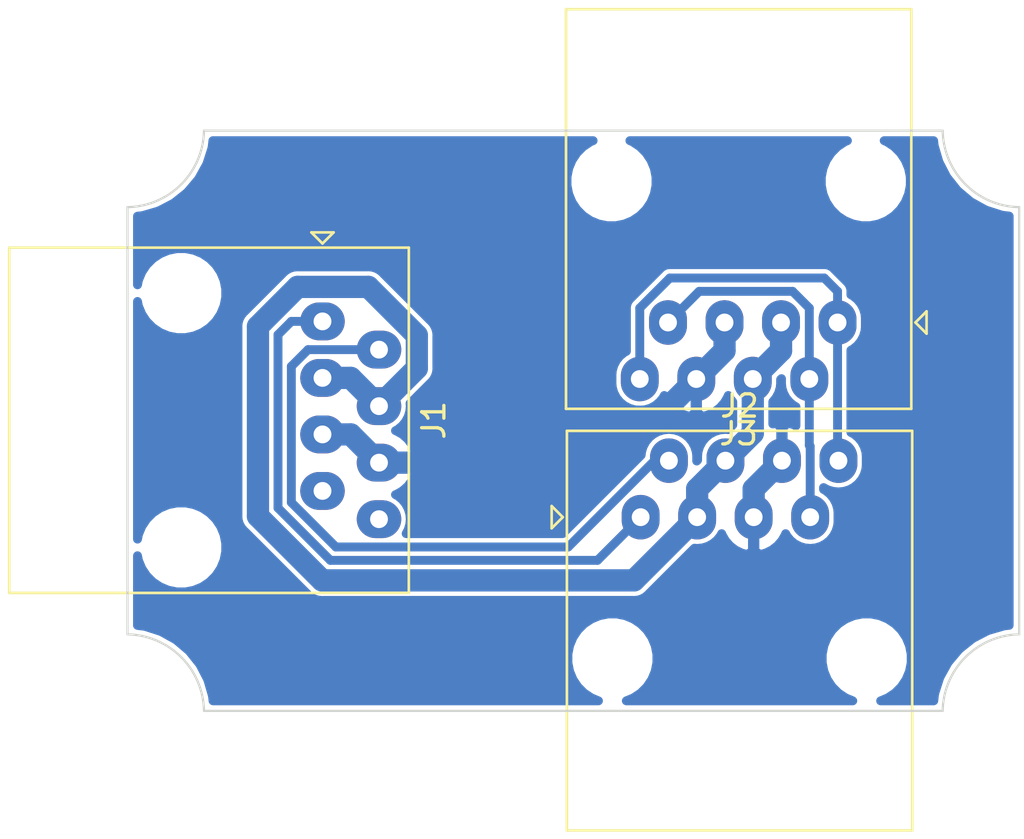
<source format=kicad_pcb>
(kicad_pcb (version 20171130) (host pcbnew 5.1.10)

  (general
    (thickness 1.6)
    (drawings 8)
    (tracks 54)
    (zones 0)
    (modules 3)
    (nets 9)
  )

  (page A4)
  (layers
    (0 F.Cu signal)
    (31 B.Cu signal)
    (32 B.Adhes user)
    (33 F.Adhes user)
    (34 B.Paste user)
    (35 F.Paste user)
    (36 B.SilkS user)
    (37 F.SilkS user)
    (38 B.Mask user)
    (39 F.Mask user)
    (40 Dwgs.User user)
    (41 Cmts.User user)
    (42 Eco1.User user)
    (43 Eco2.User user)
    (44 Edge.Cuts user)
    (45 Margin user)
    (46 B.CrtYd user)
    (47 F.CrtYd user)
    (48 B.Fab user)
    (49 F.Fab user)
  )

  (setup
    (last_trace_width 0.4)
    (user_trace_width 0.6)
    (user_trace_width 0.8)
    (user_trace_width 1)
    (user_trace_width 1.5)
    (user_trace_width 2)
    (trace_clearance 0.2)
    (zone_clearance 0.508)
    (zone_45_only no)
    (trace_min 0.4)
    (via_size 1.6)
    (via_drill 0.6)
    (via_min_size 1.6)
    (via_min_drill 0.6)
    (uvia_size 0.3)
    (uvia_drill 0.1)
    (uvias_allowed no)
    (uvia_min_size 0.2)
    (uvia_min_drill 0.1)
    (edge_width 0.05)
    (segment_width 0.2)
    (pcb_text_width 0.3)
    (pcb_text_size 1.5 1.5)
    (mod_edge_width 0.12)
    (mod_text_size 1 1)
    (mod_text_width 0.15)
    (pad_size 1.7 2)
    (pad_drill 0.8)
    (pad_to_mask_clearance 0)
    (aux_axis_origin 0 0)
    (visible_elements FFFFFF7F)
    (pcbplotparams
      (layerselection 0x00040_7ffffffe)
      (usegerberextensions false)
      (usegerberattributes true)
      (usegerberadvancedattributes true)
      (creategerberjobfile true)
      (excludeedgelayer false)
      (linewidth 0.100000)
      (plotframeref false)
      (viasonmask false)
      (mode 1)
      (useauxorigin false)
      (hpglpennumber 1)
      (hpglpenspeed 20)
      (hpglpendiameter 15.000000)
      (psnegative false)
      (psa4output false)
      (plotreference true)
      (plotvalue true)
      (plotinvisibletext false)
      (padsonsilk false)
      (subtractmaskfromsilk false)
      (outputformat 5)
      (mirror false)
      (drillshape 0)
      (scaleselection 1)
      (outputdirectory "fab"))
  )

  (net 0 "")
  (net 1 "Net-(J1-Pad1)")
  (net 2 "Net-(J1-Pad2)")
  (net 3 "Net-(J1-Pad7)")
  (net 4 "Net-(J1-Pad8)")
  (net 5 "Net-(J2-Pad7)")
  (net 6 "Net-(J2-Pad8)")
  (net 7 /+12V)
  (net 8 /GND)

  (net_class Default "This is the default net class."
    (clearance 0.2)
    (trace_width 0.4)
    (via_dia 1.6)
    (via_drill 0.6)
    (uvia_dia 0.3)
    (uvia_drill 0.1)
    (diff_pair_width 0.6)
    (diff_pair_gap 0.6)
    (add_net /+12V)
    (add_net /GND)
    (add_net "Net-(J1-Pad1)")
    (add_net "Net-(J1-Pad2)")
    (add_net "Net-(J1-Pad7)")
    (add_net "Net-(J1-Pad8)")
    (add_net "Net-(J2-Pad7)")
    (add_net "Net-(J2-Pad8)")
  )

  (module Connector_RJ:RJ45_Amphenol_54602-x08_Horizontal (layer F.Cu) (tedit 607C4704) (tstamp 607C4E20)
    (at 137.65 106.6 270)
    (descr "8 Pol Shallow Latch Connector, Modjack, RJ45 (https://cdn.amphenol-icc.com/media/wysiwyg/files/drawing/c-bmj-0102.pdf)")
    (tags RJ45)
    (path /607C9BAE)
    (fp_text reference J1 (at 4.445 -5 90) (layer F.SilkS)
      (effects (font (size 1 1) (thickness 0.15)))
    )
    (fp_text value RJ45 (at 4.445 4 90) (layer F.Fab)
      (effects (font (size 1 1) (thickness 0.15)))
    )
    (fp_line (start 12.6 14.47) (end -3.71 14.47) (layer F.CrtYd) (width 0.05))
    (fp_line (start 12.6 14.47) (end 12.6 -4.27) (layer F.CrtYd) (width 0.05))
    (fp_line (start -3.71 -4.27) (end -3.71 14.47) (layer F.CrtYd) (width 0.05))
    (fp_line (start -3.71 -4.27) (end 12.6 -4.27) (layer F.CrtYd) (width 0.05))
    (fp_line (start -3.315 -3.88) (end -3.315 14.08) (layer F.SilkS) (width 0.12))
    (fp_line (start 12.205 -3.88) (end -3.315 -3.88) (layer F.SilkS) (width 0.12))
    (fp_line (start 12.205 -3.88) (end 12.205 14.08) (layer F.SilkS) (width 0.12))
    (fp_line (start -3.315 14.08) (end 12.205 14.08) (layer F.SilkS) (width 0.12))
    (fp_line (start -3.205 -2.77) (end -2.205 -3.77) (layer F.Fab) (width 0.12))
    (fp_line (start -2.205 -3.77) (end 12.095 -3.77) (layer F.Fab) (width 0.12))
    (fp_line (start 12.095 -3.77) (end 12.095 13.97) (layer F.Fab) (width 0.12))
    (fp_line (start 12.095 13.97) (end -3.205 13.97) (layer F.Fab) (width 0.12))
    (fp_line (start -3.205 13.97) (end -3.205 -2.77) (layer F.Fab) (width 0.12))
    (fp_line (start -3.5 0) (end -4 -0.5) (layer F.SilkS) (width 0.12))
    (fp_line (start -4 -0.5) (end -4 0.5) (layer F.SilkS) (width 0.12))
    (fp_line (start -4 0.5) (end -3.5 0) (layer F.SilkS) (width 0.12))
    (fp_text user %R (at 4.445 2 90) (layer F.Fab)
      (effects (font (size 1 1) (thickness 0.15)))
    )
    (pad "" np_thru_hole circle (at 10.16 6.35 270) (size 3.2 3.2) (drill 3.2) (layers *.Cu *.Mask))
    (pad "" np_thru_hole circle (at -1.27 6.35 270) (size 3.2 3.2) (drill 3.2) (layers *.Cu *.Mask))
    (pad 1 thru_hole oval (at 0 0 270) (size 1.7 2) (drill 0.8) (layers *.Cu *.Mask)
      (net 1 "Net-(J1-Pad1)"))
    (pad 2 thru_hole oval (at 1.27 -2.54 270) (size 1.7 2) (drill 0.8) (layers *.Cu *.Mask)
      (net 2 "Net-(J1-Pad2)"))
    (pad 3 thru_hole oval (at 2.54 0 270) (size 1.7 2) (drill 0.8) (layers *.Cu *.Mask)
      (net 7 /+12V))
    (pad 4 thru_hole oval (at 3.81 -2.54 270) (size 1.7 2) (drill 0.8) (layers *.Cu *.Mask)
      (net 7 /+12V))
    (pad 5 thru_hole oval (at 5.08 0 270) (size 1.7 2) (drill 0.8) (layers *.Cu *.Mask)
      (net 8 /GND))
    (pad 6 thru_hole oval (at 6.35 -2.54 270) (size 1.7 2) (drill 0.8) (layers *.Cu *.Mask)
      (net 8 /GND))
    (pad 7 thru_hole oval (at 7.62 0 270) (size 1.7 2) (drill 0.8) (layers *.Cu *.Mask)
      (net 3 "Net-(J1-Pad7)"))
    (pad 8 thru_hole oval (at 8.89 -2.54 270) (size 1.7 2) (drill 0.8) (layers *.Cu *.Mask)
      (net 4 "Net-(J1-Pad8)"))
    (model ${KISYS3DMOD}/Connector_RJ.3dshapes/RJ45_Amphenol_54602-x08_Horizontal.wrl
      (at (xyz 0 0 0))
      (scale (xyz 1 1 1))
      (rotate (xyz 0 0 0))
    )
  )

  (module Connector_RJ:RJ45_Amphenol_54602-x08_Horizontal (layer F.Cu) (tedit 5B103613) (tstamp 607C44CA)
    (at 151.95 115.4)
    (descr "8 Pol Shallow Latch Connector, Modjack, RJ45 (https://cdn.amphenol-icc.com/media/wysiwyg/files/drawing/c-bmj-0102.pdf)")
    (tags RJ45)
    (path /607CBB1B)
    (fp_text reference J2 (at 4.445 -5) (layer F.SilkS)
      (effects (font (size 1 1) (thickness 0.15)))
    )
    (fp_text value RJ45 (at 4.445 4) (layer F.Fab)
      (effects (font (size 1 1) (thickness 0.15)))
    )
    (fp_line (start 12.6 14.47) (end -3.71 14.47) (layer F.CrtYd) (width 0.05))
    (fp_line (start 12.6 14.47) (end 12.6 -4.27) (layer F.CrtYd) (width 0.05))
    (fp_line (start -3.71 -4.27) (end -3.71 14.47) (layer F.CrtYd) (width 0.05))
    (fp_line (start -3.71 -4.27) (end 12.6 -4.27) (layer F.CrtYd) (width 0.05))
    (fp_line (start -3.315 -3.88) (end -3.315 14.08) (layer F.SilkS) (width 0.12))
    (fp_line (start 12.205 -3.88) (end -3.315 -3.88) (layer F.SilkS) (width 0.12))
    (fp_line (start 12.205 -3.88) (end 12.205 14.08) (layer F.SilkS) (width 0.12))
    (fp_line (start -3.315 14.08) (end 12.205 14.08) (layer F.SilkS) (width 0.12))
    (fp_line (start -3.205 -2.77) (end -2.205 -3.77) (layer F.Fab) (width 0.12))
    (fp_line (start -2.205 -3.77) (end 12.095 -3.77) (layer F.Fab) (width 0.12))
    (fp_line (start 12.095 -3.77) (end 12.095 13.97) (layer F.Fab) (width 0.12))
    (fp_line (start 12.095 13.97) (end -3.205 13.97) (layer F.Fab) (width 0.12))
    (fp_line (start -3.205 13.97) (end -3.205 -2.77) (layer F.Fab) (width 0.12))
    (fp_line (start -3.5 0) (end -4 -0.5) (layer F.SilkS) (width 0.12))
    (fp_line (start -4 -0.5) (end -4 0.5) (layer F.SilkS) (width 0.12))
    (fp_line (start -4 0.5) (end -3.5 0) (layer F.SilkS) (width 0.12))
    (fp_text user %R (at 4.445 2) (layer F.Fab)
      (effects (font (size 1 1) (thickness 0.15)))
    )
    (pad "" np_thru_hole circle (at 10.16 6.35) (size 3.2 3.2) (drill 3.2) (layers *.Cu *.Mask))
    (pad "" np_thru_hole circle (at -1.27 6.35) (size 3.2 3.2) (drill 3.2) (layers *.Cu *.Mask))
    (pad 1 thru_hole oval (at 0 0) (size 1.7 2) (drill 0.8) (layers *.Cu *.Mask)
      (net 1 "Net-(J1-Pad1)"))
    (pad 2 thru_hole oval (at 1.27 -2.54) (size 1.7 2) (drill 0.8) (layers *.Cu *.Mask)
      (net 2 "Net-(J1-Pad2)"))
    (pad 3 thru_hole oval (at 2.54 0) (size 1.7 2) (drill 0.8) (layers *.Cu *.Mask)
      (net 7 /+12V))
    (pad 4 thru_hole oval (at 3.81 -2.54) (size 1.7 2) (drill 0.8) (layers *.Cu *.Mask)
      (net 7 /+12V))
    (pad 5 thru_hole oval (at 5.08 0) (size 1.7 2) (drill 0.8) (layers *.Cu *.Mask)
      (net 8 /GND))
    (pad 6 thru_hole oval (at 6.35 -2.54) (size 1.7 2) (drill 0.8) (layers *.Cu *.Mask)
      (net 8 /GND))
    (pad 7 thru_hole oval (at 7.62 0) (size 1.7 2) (drill 0.8) (layers *.Cu *.Mask)
      (net 5 "Net-(J2-Pad7)"))
    (pad 8 thru_hole oval (at 8.89 -2.54) (size 1.7 2) (drill 0.8) (layers *.Cu *.Mask)
      (net 6 "Net-(J2-Pad8)"))
    (model ${KISYS3DMOD}/Connector_RJ.3dshapes/RJ45_Amphenol_54602-x08_Horizontal.wrl
      (at (xyz 0 0 0))
      (scale (xyz 1 1 1))
      (rotate (xyz 0 0 0))
    )
  )

  (module Connector_RJ:RJ45_Amphenol_54602-x08_Horizontal (layer F.Cu) (tedit 5B103613) (tstamp 607C2FEF)
    (at 160.8 106.65 180)
    (descr "8 Pol Shallow Latch Connector, Modjack, RJ45 (https://cdn.amphenol-icc.com/media/wysiwyg/files/drawing/c-bmj-0102.pdf)")
    (tags RJ45)
    (path /607C9BB5)
    (fp_text reference J3 (at 4.445 -5) (layer F.SilkS)
      (effects (font (size 1 1) (thickness 0.15)))
    )
    (fp_text value RJ45 (at 4.445 4) (layer F.Fab)
      (effects (font (size 1 1) (thickness 0.15)))
    )
    (fp_line (start -4 0.5) (end -3.5 0) (layer F.SilkS) (width 0.12))
    (fp_line (start -4 -0.5) (end -4 0.5) (layer F.SilkS) (width 0.12))
    (fp_line (start -3.5 0) (end -4 -0.5) (layer F.SilkS) (width 0.12))
    (fp_line (start -3.205 13.97) (end -3.205 -2.77) (layer F.Fab) (width 0.12))
    (fp_line (start 12.095 13.97) (end -3.205 13.97) (layer F.Fab) (width 0.12))
    (fp_line (start 12.095 -3.77) (end 12.095 13.97) (layer F.Fab) (width 0.12))
    (fp_line (start -2.205 -3.77) (end 12.095 -3.77) (layer F.Fab) (width 0.12))
    (fp_line (start -3.205 -2.77) (end -2.205 -3.77) (layer F.Fab) (width 0.12))
    (fp_line (start -3.315 14.08) (end 12.205 14.08) (layer F.SilkS) (width 0.12))
    (fp_line (start 12.205 -3.88) (end 12.205 14.08) (layer F.SilkS) (width 0.12))
    (fp_line (start 12.205 -3.88) (end -3.315 -3.88) (layer F.SilkS) (width 0.12))
    (fp_line (start -3.315 -3.88) (end -3.315 14.08) (layer F.SilkS) (width 0.12))
    (fp_line (start -3.71 -4.27) (end 12.6 -4.27) (layer F.CrtYd) (width 0.05))
    (fp_line (start -3.71 -4.27) (end -3.71 14.47) (layer F.CrtYd) (width 0.05))
    (fp_line (start 12.6 14.47) (end 12.6 -4.27) (layer F.CrtYd) (width 0.05))
    (fp_line (start 12.6 14.47) (end -3.71 14.47) (layer F.CrtYd) (width 0.05))
    (fp_text user %R (at 4.445 2) (layer F.Fab)
      (effects (font (size 1 1) (thickness 0.15)))
    )
    (pad 8 thru_hole oval (at 8.89 -2.54 180) (size 1.7 2) (drill 0.8) (layers *.Cu *.Mask)
      (net 6 "Net-(J2-Pad8)"))
    (pad 7 thru_hole oval (at 7.62 0 180) (size 1.7 2) (drill 0.8) (layers *.Cu *.Mask)
      (net 5 "Net-(J2-Pad7)"))
    (pad 6 thru_hole oval (at 6.35 -2.54 180) (size 1.7 2) (drill 0.8) (layers *.Cu *.Mask)
      (net 8 /GND))
    (pad 5 thru_hole oval (at 5.08 0 180) (size 1.7 2) (drill 0.8) (layers *.Cu *.Mask)
      (net 8 /GND))
    (pad 4 thru_hole oval (at 3.81 -2.54 180) (size 1.7 2) (drill 0.8) (layers *.Cu *.Mask)
      (net 7 /+12V))
    (pad 3 thru_hole oval (at 2.54 0 180) (size 1.7 2) (drill 0.8) (layers *.Cu *.Mask)
      (net 7 /+12V))
    (pad 2 thru_hole oval (at 1.27 -2.54 180) (size 1.7 2) (drill 0.8) (layers *.Cu *.Mask)
      (net 5 "Net-(J2-Pad7)"))
    (pad 1 thru_hole oval (at 0 0 180) (size 1.7 2) (drill 0.8) (layers *.Cu *.Mask)
      (net 6 "Net-(J2-Pad8)"))
    (pad "" np_thru_hole circle (at -1.27 6.35 180) (size 3.2 3.2) (drill 3.2) (layers *.Cu *.Mask))
    (pad "" np_thru_hole circle (at 10.16 6.35 180) (size 3.2 3.2) (drill 3.2) (layers *.Cu *.Mask))
    (model ${KISYS3DMOD}/Connector_RJ.3dshapes/RJ45_Amphenol_54602-x08_Horizontal.wrl
      (at (xyz 0 0 0))
      (scale (xyz 1 1 1))
      (rotate (xyz 0 0 0))
    )
  )

  (gr_arc (start 169.024046 124.16647) (end 168.963092 120.667) (angle -88.00426351) (layer Edge.Cuts) (width 0.1))
  (gr_arc (start 169.024046 97.966471) (end 165.524576 98.027424) (angle -88.00426351) (layer Edge.Cuts) (width 0.1))
  (gr_arc (start 128.824046 97.966471) (end 128.885 101.46594) (angle -88.00426351) (layer Edge.Cuts) (width 0.1))
  (gr_arc (start 128.824046 124.16647) (end 132.323516 124.105516) (angle -88.00426351) (layer Edge.Cuts) (width 0.1))
  (gr_line (start 168.963092 101.46594) (end 168.963092 120.667) (layer Edge.Cuts) (width 0.1))
  (gr_line (start 132.323516 98.027424) (end 165.524576 98.027424) (layer Edge.Cuts) (width 0.1))
  (gr_line (start 165.524576 124.105516) (end 132.323516 124.105516) (layer Edge.Cuts) (width 0.1))
  (gr_line (start 128.885 120.667) (end 128.885 101.46594) (layer Edge.Cuts) (width 0.1))

  (segment (start 150.00998 117.34002) (end 151.95 115.4) (width 0.4) (layer B.Cu) (net 1))
  (segment (start 138.003697 117.34002) (end 150.00998 117.34002) (width 0.4) (layer B.Cu) (net 1))
  (segment (start 135.649981 114.986304) (end 138.003697 117.34002) (width 0.4) (layer B.Cu) (net 1))
  (segment (start 135.64998 107.20002) (end 135.649981 114.986304) (width 0.4) (layer B.Cu) (net 1))
  (segment (start 136.25 106.6) (end 135.64998 107.20002) (width 0.4) (layer B.Cu) (net 1))
  (segment (start 137.65 106.6) (end 136.25 106.6) (width 0.4) (layer B.Cu) (net 1))
  (segment (start 137.002219 107.87) (end 140.19 107.87) (width 0.4) (layer B.Cu) (net 2))
  (segment (start 152.572219 112.86) (end 148.692209 116.74001) (width 0.4) (layer B.Cu) (net 2))
  (segment (start 148.692209 116.74001) (end 138.252229 116.74001) (width 0.4) (layer B.Cu) (net 2))
  (segment (start 138.252229 116.74001) (end 136.24999 114.737771) (width 0.4) (layer B.Cu) (net 2))
  (segment (start 136.24999 114.737771) (end 136.24999 108.622229) (width 0.4) (layer B.Cu) (net 2))
  (segment (start 136.24999 108.622229) (end 137.002219 107.87) (width 0.4) (layer B.Cu) (net 2))
  (segment (start 153.22 112.86) (end 152.572219 112.86) (width 0.4) (layer B.Cu) (net 2))
  (segment (start 159.57 112.212219) (end 159.57 115.4) (width 0.4) (layer B.Cu) (net 5))
  (segment (start 159.53 112.172219) (end 159.57 112.212219) (width 0.4) (layer B.Cu) (net 5))
  (segment (start 159.53 109.19) (end 159.53 112.172219) (width 0.4) (layer B.Cu) (net 5))
  (segment (start 159.53 106.002219) (end 158.777771 105.24999) (width 0.4) (layer B.Cu) (net 5))
  (segment (start 154.58001 105.24999) (end 153.18 106.65) (width 0.4) (layer B.Cu) (net 5))
  (segment (start 158.777771 105.24999) (end 154.58001 105.24999) (width 0.4) (layer B.Cu) (net 5))
  (segment (start 159.53 109.19) (end 159.53 106.002219) (width 0.4) (layer B.Cu) (net 5))
  (segment (start 160.8 112.82) (end 160.84 112.86) (width 0.4) (layer B.Cu) (net 6))
  (segment (start 160.8 106.65) (end 160.8 112.82) (width 0.4) (layer B.Cu) (net 6))
  (segment (start 151.91 106.002219) (end 151.91 109.19) (width 0.4) (layer B.Cu) (net 6))
  (segment (start 153.262239 104.64998) (end 151.91 106.002219) (width 0.4) (layer B.Cu) (net 6))
  (segment (start 160.19998 104.64998) (end 153.262239 104.64998) (width 0.4) (layer B.Cu) (net 6))
  (segment (start 160.8 105.25) (end 160.19998 104.64998) (width 0.4) (layer B.Cu) (net 6))
  (segment (start 160.8 106.65) (end 160.8 105.25) (width 0.4) (layer B.Cu) (net 6))
  (segment (start 138.92 109.14) (end 140.19 110.41) (width 1) (layer B.Cu) (net 7))
  (segment (start 137.65 109.14) (end 138.92 109.14) (width 1) (layer B.Cu) (net 7))
  (segment (start 158.26 107.92) (end 156.99 109.19) (width 1) (layer B.Cu) (net 7))
  (segment (start 158.26 106.65) (end 158.26 107.92) (width 1) (layer B.Cu) (net 7))
  (segment (start 154.49 114.13) (end 155.76 112.86) (width 1) (layer B.Cu) (net 7))
  (segment (start 154.49 115.4) (end 154.49 114.13) (width 1) (layer B.Cu) (net 7))
  (segment (start 154.49 115.4) (end 151.64997 118.24003) (width 1) (layer B.Cu) (net 7))
  (segment (start 134.749972 115.359099) (end 134.749971 106.827223) (width 1) (layer B.Cu) (net 7))
  (segment (start 137.6309 118.240029) (end 134.749972 115.359099) (width 1) (layer B.Cu) (net 7))
  (segment (start 151.64997 118.24003) (end 137.6309 118.240029) (width 1) (layer B.Cu) (net 7))
  (segment (start 156.99 111.63) (end 155.76 112.86) (width 1) (layer B.Cu) (net 7))
  (segment (start 156.99 109.19) (end 156.99 111.63) (width 1) (layer B.Cu) (net 7))
  (segment (start 139.712035 105.04999) (end 136.527204 105.04999) (width 1) (layer B.Cu) (net 7))
  (segment (start 136.527204 105.04999) (end 134.749971 106.827223) (width 1) (layer B.Cu) (net 7))
  (segment (start 141.89001 107.227965) (end 139.712035 105.04999) (width 1) (layer B.Cu) (net 7))
  (segment (start 141.89001 108.70999) (end 141.89001 107.227965) (width 1) (layer B.Cu) (net 7))
  (segment (start 140.19 110.41) (end 141.89001 108.70999) (width 1) (layer B.Cu) (net 7))
  (segment (start 138.92 111.68) (end 140.19 112.95) (width 1) (layer B.Cu) (net 8))
  (segment (start 137.65 111.68) (end 138.92 111.68) (width 1) (layer B.Cu) (net 8))
  (segment (start 155.72 107.92) (end 154.45 109.19) (width 1) (layer B.Cu) (net 8))
  (segment (start 155.72 106.65) (end 155.72 107.92) (width 1) (layer B.Cu) (net 8))
  (segment (start 157.03 114.13) (end 158.3 112.86) (width 1) (layer B.Cu) (net 8))
  (segment (start 157.03 115.4) (end 157.03 114.13) (width 1) (layer B.Cu) (net 8))
  (segment (start 144.85999 110.89001) (end 142.8 112.95) (width 1) (layer B.Cu) (net 8))
  (segment (start 152.74999 110.89001) (end 144.85999 110.89001) (width 1) (layer B.Cu) (net 8))
  (segment (start 142.8 112.95) (end 140.19 112.95) (width 1) (layer B.Cu) (net 8))
  (segment (start 154.45 109.19) (end 152.74999 110.89001) (width 1) (layer B.Cu) (net 8))

  (zone (net 8) (net_name /GND) (layer B.Cu) (tstamp 616D78AD) (hatch edge 0.508)
    (connect_pads (clearance 0.2))
    (min_thickness 0.4)
    (fill yes (arc_segments 32) (thermal_gap 0.508) (thermal_bridge_width 0.508))
    (polygon
      (pts
        (xy 169.2 97.9) (xy 169.2 124.5) (xy 128.8 124.5) (xy 128.8 97.8)
      )
    )
    (filled_polygon
      (pts
        (xy 149.692645 98.527623) (xy 149.365074 98.746499) (xy 149.086499 99.025074) (xy 148.867623 99.352645) (xy 148.716859 99.716622)
        (xy 148.64 100.103017) (xy 148.64 100.496983) (xy 148.716859 100.883378) (xy 148.867623 101.247355) (xy 149.086499 101.574926)
        (xy 149.365074 101.853501) (xy 149.692645 102.072377) (xy 150.056622 102.223141) (xy 150.443017 102.3) (xy 150.836983 102.3)
        (xy 151.223378 102.223141) (xy 151.587355 102.072377) (xy 151.914926 101.853501) (xy 152.193501 101.574926) (xy 152.412377 101.247355)
        (xy 152.563141 100.883378) (xy 152.64 100.496983) (xy 152.64 100.103017) (xy 152.563141 99.716622) (xy 152.412377 99.352645)
        (xy 152.193501 99.025074) (xy 151.914926 98.746499) (xy 151.587355 98.527623) (xy 151.466164 98.477424) (xy 161.243836 98.477424)
        (xy 161.122645 98.527623) (xy 160.795074 98.746499) (xy 160.516499 99.025074) (xy 160.297623 99.352645) (xy 160.146859 99.716622)
        (xy 160.07 100.103017) (xy 160.07 100.496983) (xy 160.146859 100.883378) (xy 160.297623 101.247355) (xy 160.516499 101.574926)
        (xy 160.795074 101.853501) (xy 161.122645 102.072377) (xy 161.486622 102.223141) (xy 161.873017 102.3) (xy 162.266983 102.3)
        (xy 162.653378 102.223141) (xy 163.017355 102.072377) (xy 163.344926 101.853501) (xy 163.623501 101.574926) (xy 163.842377 101.247355)
        (xy 163.993141 100.883378) (xy 164.07 100.496983) (xy 164.07 100.103017) (xy 163.993141 99.716622) (xy 163.842377 99.352645)
        (xy 163.623501 99.025074) (xy 163.344926 98.746499) (xy 163.017355 98.527623) (xy 162.896164 98.477424) (xy 165.11797 98.477424)
        (xy 165.136099 98.655904) (xy 165.143545 98.692833) (xy 165.149957 98.729945) (xy 165.151668 98.735991) (xy 165.342266 99.391942)
        (xy 165.357405 99.429788) (xy 165.372031 99.467887) (xy 165.374884 99.473485) (xy 165.68926 100.079922) (xy 165.71151 100.114182)
        (xy 165.73321 100.148638) (xy 165.737095 100.153576) (xy 166.163275 100.687402) (xy 166.191749 100.71668) (xy 166.219735 100.746273)
        (xy 166.2245 100.750357) (xy 166.224505 100.750362) (xy 166.22451 100.750366) (xy 166.746257 101.191242) (xy 166.779827 101.214398)
        (xy 166.813076 101.238026) (xy 166.81855 101.24111) (xy 167.415999 101.572252) (xy 167.453417 101.588442) (xy 167.490632 101.605166)
        (xy 167.496601 101.607128) (xy 168.146991 101.815919) (xy 168.186901 101.824546) (xy 168.226596 101.833709) (xy 168.232832 101.834475)
        (xy 168.513092 101.866892) (xy 168.513093 120.260394) (xy 168.334611 120.278524) (xy 168.297679 120.285971) (xy 168.260571 120.292382)
        (xy 168.254525 120.294092) (xy 167.598574 120.484691) (xy 167.560728 120.49983) (xy 167.522629 120.514456) (xy 167.517031 120.517309)
        (xy 166.910594 120.831685) (xy 166.876334 120.853935) (xy 166.841878 120.875635) (xy 166.83694 120.87952) (xy 166.303114 121.3057)
        (xy 166.273836 121.334174) (xy 166.244243 121.36216) (xy 166.240159 121.366925) (xy 166.240154 121.36693) (xy 166.24015 121.366935)
        (xy 165.799274 121.888682) (xy 165.776094 121.922286) (xy 165.75249 121.955502) (xy 165.749409 121.960971) (xy 165.749406 121.960975)
        (xy 165.749406 121.960976) (xy 165.418265 122.558424) (xy 165.402068 122.595857) (xy 165.385351 122.633057) (xy 165.383389 122.639026)
        (xy 165.174599 123.289415) (xy 165.165977 123.329298) (xy 165.156808 123.369021) (xy 165.156042 123.375257) (xy 165.123626 123.655516)
        (xy 162.735929 123.655516) (xy 163.057355 123.522377) (xy 163.384926 123.303501) (xy 163.663501 123.024926) (xy 163.882377 122.697355)
        (xy 164.033141 122.333378) (xy 164.11 121.946983) (xy 164.11 121.553017) (xy 164.033141 121.166622) (xy 163.882377 120.802645)
        (xy 163.663501 120.475074) (xy 163.384926 120.196499) (xy 163.057355 119.977623) (xy 162.693378 119.826859) (xy 162.306983 119.75)
        (xy 161.913017 119.75) (xy 161.526622 119.826859) (xy 161.162645 119.977623) (xy 160.835074 120.196499) (xy 160.556499 120.475074)
        (xy 160.337623 120.802645) (xy 160.186859 121.166622) (xy 160.11 121.553017) (xy 160.11 121.946983) (xy 160.186859 122.333378)
        (xy 160.337623 122.697355) (xy 160.556499 123.024926) (xy 160.835074 123.303501) (xy 161.162645 123.522377) (xy 161.484071 123.655516)
        (xy 151.305929 123.655516) (xy 151.627355 123.522377) (xy 151.954926 123.303501) (xy 152.233501 123.024926) (xy 152.452377 122.697355)
        (xy 152.603141 122.333378) (xy 152.68 121.946983) (xy 152.68 121.553017) (xy 152.603141 121.166622) (xy 152.452377 120.802645)
        (xy 152.233501 120.475074) (xy 151.954926 120.196499) (xy 151.627355 119.977623) (xy 151.263378 119.826859) (xy 150.876983 119.75)
        (xy 150.483017 119.75) (xy 150.096622 119.826859) (xy 149.732645 119.977623) (xy 149.405074 120.196499) (xy 149.126499 120.475074)
        (xy 148.907623 120.802645) (xy 148.756859 121.166622) (xy 148.68 121.553017) (xy 148.68 121.946983) (xy 148.756859 122.333378)
        (xy 148.907623 122.697355) (xy 149.126499 123.024926) (xy 149.405074 123.303501) (xy 149.732645 123.522377) (xy 150.054071 123.655516)
        (xy 132.730122 123.655516) (xy 132.711992 123.477035) (xy 132.704545 123.440103) (xy 132.698134 123.402995) (xy 132.696424 123.396949)
        (xy 132.505825 122.740998) (xy 132.490686 122.703152) (xy 132.47606 122.665053) (xy 132.473207 122.659455) (xy 132.158831 122.053018)
        (xy 132.136581 122.018758) (xy 132.114881 121.984302) (xy 132.110996 121.979364) (xy 131.684816 121.445538) (xy 131.656342 121.41626)
        (xy 131.628356 121.386667) (xy 131.623591 121.382583) (xy 131.623586 121.382578) (xy 131.623581 121.382574) (xy 131.101834 120.941698)
        (xy 131.06823 120.918518) (xy 131.035014 120.894914) (xy 131.029545 120.891833) (xy 131.029541 120.89183) (xy 131.029536 120.891828)
        (xy 130.432092 120.560689) (xy 130.394659 120.544492) (xy 130.357459 120.527775) (xy 130.35149 120.525813) (xy 129.701101 120.317023)
        (xy 129.661218 120.308401) (xy 129.621495 120.299232) (xy 129.615259 120.298466) (xy 129.335 120.26605) (xy 129.335 117.132939)
        (xy 129.376859 117.343378) (xy 129.527623 117.707355) (xy 129.746499 118.034926) (xy 130.025074 118.313501) (xy 130.352645 118.532377)
        (xy 130.716622 118.683141) (xy 131.103017 118.76) (xy 131.496983 118.76) (xy 131.883378 118.683141) (xy 132.247355 118.532377)
        (xy 132.574926 118.313501) (xy 132.853501 118.034926) (xy 133.072377 117.707355) (xy 133.223141 117.343378) (xy 133.3 116.956983)
        (xy 133.3 116.563017) (xy 133.223141 116.176622) (xy 133.072377 115.812645) (xy 132.853501 115.485074) (xy 132.574926 115.206499)
        (xy 132.247355 114.987623) (xy 131.883378 114.836859) (xy 131.496983 114.76) (xy 131.103017 114.76) (xy 130.716622 114.836859)
        (xy 130.352645 114.987623) (xy 130.025074 115.206499) (xy 129.746499 115.485074) (xy 129.527623 115.812645) (xy 129.376859 116.176622)
        (xy 129.335 116.387061) (xy 129.335 105.702939) (xy 129.376859 105.913378) (xy 129.527623 106.277355) (xy 129.746499 106.604926)
        (xy 130.025074 106.883501) (xy 130.352645 107.102377) (xy 130.716622 107.253141) (xy 131.103017 107.33) (xy 131.496983 107.33)
        (xy 131.883378 107.253141) (xy 132.247355 107.102377) (xy 132.574926 106.883501) (xy 132.631204 106.827223) (xy 133.845617 106.827223)
        (xy 133.849971 106.87143) (xy 133.849973 115.314882) (xy 133.845618 115.359099) (xy 133.862995 115.535529) (xy 133.914459 115.70518)
        (xy 133.979208 115.826317) (xy 133.99803 115.861531) (xy 134.110498 115.998574) (xy 134.144838 116.026756) (xy 136.963252 118.845173)
        (xy 136.991425 118.879503) (xy 137.025754 118.907676) (xy 137.025762 118.907684) (xy 137.128467 118.991971) (xy 137.284818 119.075542)
        (xy 137.454468 119.127006) (xy 137.630899 119.144383) (xy 137.675116 119.140028) (xy 151.605763 119.14003) (xy 151.64997 119.144384)
        (xy 151.694176 119.14003) (xy 151.694197 119.140028) (xy 151.8264 119.127007) (xy 151.826407 119.127005) (xy 151.99605 119.075544)
        (xy 152.152401 118.991973) (xy 152.152403 118.991971) (xy 152.255107 118.907685) (xy 152.255109 118.907683) (xy 152.289444 118.879505)
        (xy 152.317622 118.84517) (xy 154.368692 116.7941) (xy 154.49 116.806048) (xy 154.735043 116.781913) (xy 154.970669 116.710437)
        (xy 155.187823 116.594366) (xy 155.37816 116.43816) (xy 155.534366 116.247822) (xy 155.592056 116.139892) (xy 155.61126 116.19611)
        (xy 155.76457 116.460478) (xy 155.96651 116.689857) (xy 156.20932 116.875432) (xy 156.483668 117.010071) (xy 156.733086 117.079446)
        (xy 156.976 116.929944) (xy 156.976 115.454) (xy 156.956 115.454) (xy 156.956 115.346) (xy 156.976 115.346)
        (xy 156.976 115.326) (xy 157.084 115.326) (xy 157.084 115.346) (xy 157.104 115.346) (xy 157.104 115.454)
        (xy 157.084 115.454) (xy 157.084 116.929944) (xy 157.326914 117.079446) (xy 157.576332 117.010071) (xy 157.85068 116.875432)
        (xy 158.09349 116.689857) (xy 158.29543 116.460478) (xy 158.44874 116.19611) (xy 158.467944 116.139892) (xy 158.525635 116.247823)
        (xy 158.681841 116.43816) (xy 158.872178 116.594366) (xy 159.089332 116.710437) (xy 159.324958 116.781913) (xy 159.57 116.806048)
        (xy 159.815043 116.781913) (xy 160.050669 116.710437) (xy 160.267823 116.594366) (xy 160.45816 116.43816) (xy 160.614366 116.247822)
        (xy 160.730437 116.030668) (xy 160.801913 115.795042) (xy 160.82 115.611404) (xy 160.82 115.188595) (xy 160.801913 115.004957)
        (xy 160.730437 114.769331) (xy 160.614366 114.552177) (xy 160.45816 114.36184) (xy 160.267822 114.205634) (xy 160.17 114.153347)
        (xy 160.17 114.069237) (xy 160.359332 114.170437) (xy 160.594958 114.241913) (xy 160.84 114.266048) (xy 161.085043 114.241913)
        (xy 161.320669 114.170437) (xy 161.537823 114.054366) (xy 161.72816 113.89816) (xy 161.884366 113.707822) (xy 162.000437 113.490668)
        (xy 162.071913 113.255042) (xy 162.09 113.071404) (xy 162.09 112.648595) (xy 162.071913 112.464957) (xy 162.000437 112.229331)
        (xy 161.884366 112.012177) (xy 161.72816 111.82184) (xy 161.537822 111.665634) (xy 161.4 111.591967) (xy 161.4 107.896653)
        (xy 161.497822 107.844366) (xy 161.68816 107.68816) (xy 161.844366 107.497823) (xy 161.960437 107.280669) (xy 162.031913 107.045043)
        (xy 162.05 106.861405) (xy 162.05 106.438596) (xy 162.031913 106.254958) (xy 161.960437 106.019332) (xy 161.844366 105.802178)
        (xy 161.68816 105.61184) (xy 161.497823 105.455634) (xy 161.4 105.403347) (xy 161.4 105.279465) (xy 161.402902 105.249999)
        (xy 161.4 105.220533) (xy 161.4 105.220526) (xy 161.391318 105.132379) (xy 161.391316 105.13237) (xy 161.363274 105.039929)
        (xy 161.35701 105.019279) (xy 161.301296 104.915045) (xy 161.226317 104.823683) (xy 161.203424 104.804895) (xy 160.645093 104.246566)
        (xy 160.626297 104.223663) (xy 160.534935 104.148684) (xy 160.430701 104.09297) (xy 160.317601 104.058662) (xy 160.229454 104.04998)
        (xy 160.19998 104.047077) (xy 160.170506 104.04998) (xy 153.291713 104.04998) (xy 153.262239 104.047077) (xy 153.232765 104.04998)
        (xy 153.144618 104.058662) (xy 153.031518 104.09297) (xy 152.927284 104.148684) (xy 152.835922 104.223663) (xy 152.81713 104.246561)
        (xy 151.506586 105.557106) (xy 151.483683 105.575902) (xy 151.408704 105.667265) (xy 151.35299 105.771499) (xy 151.318683 105.884597)
        (xy 151.318682 105.884599) (xy 151.307097 106.002219) (xy 151.31 106.031693) (xy 151.310001 107.943347) (xy 151.212178 107.995634)
        (xy 151.021841 108.15184) (xy 150.865635 108.342177) (xy 150.749563 108.559331) (xy 150.678087 108.794957) (xy 150.66 108.978595)
        (xy 150.66 109.401404) (xy 150.678087 109.585042) (xy 150.749563 109.820668) (xy 150.865634 110.037822) (xy 151.02184 110.22816)
        (xy 151.212177 110.384366) (xy 151.429331 110.500437) (xy 151.664957 110.571913) (xy 151.91 110.596048) (xy 152.155042 110.571913)
        (xy 152.390668 110.500437) (xy 152.607822 110.384366) (xy 152.79816 110.22816) (xy 152.954366 110.037823) (xy 153.012056 109.929892)
        (xy 153.03126 109.98611) (xy 153.18457 110.250478) (xy 153.38651 110.479857) (xy 153.62932 110.665432) (xy 153.903668 110.800071)
        (xy 154.153086 110.869446) (xy 154.396 110.719944) (xy 154.396 109.244) (xy 154.376 109.244) (xy 154.376 109.136)
        (xy 154.396 109.136) (xy 154.396 109.116) (xy 154.504 109.116) (xy 154.504 109.136) (xy 154.524 109.136)
        (xy 154.524 109.244) (xy 154.504 109.244) (xy 154.504 110.719944) (xy 154.746914 110.869446) (xy 154.996332 110.800071)
        (xy 155.27068 110.665432) (xy 155.51349 110.479857) (xy 155.71543 110.250478) (xy 155.86874 109.98611) (xy 155.887944 109.929892)
        (xy 155.945634 110.037822) (xy 156.09 110.213733) (xy 156.090001 111.257207) (xy 155.881308 111.4659) (xy 155.76 111.453952)
        (xy 155.514957 111.478087) (xy 155.279331 111.549563) (xy 155.062177 111.665634) (xy 154.87184 111.82184) (xy 154.715634 112.012178)
        (xy 154.599563 112.229332) (xy 154.528087 112.464958) (xy 154.51 112.648596) (xy 154.51 112.837207) (xy 154.47 112.877208)
        (xy 154.47 112.648595) (xy 154.451913 112.464957) (xy 154.380437 112.229331) (xy 154.264366 112.012177) (xy 154.10816 111.82184)
        (xy 153.917822 111.665634) (xy 153.700668 111.549563) (xy 153.465042 111.478087) (xy 153.22 111.453952) (xy 152.974957 111.478087)
        (xy 152.739331 111.549563) (xy 152.522177 111.665634) (xy 152.33184 111.82184) (xy 152.175634 112.012178) (xy 152.059563 112.229332)
        (xy 151.988087 112.464958) (xy 151.973813 112.609878) (xy 148.443682 116.14001) (xy 141.409923 116.14001) (xy 141.500437 115.970669)
        (xy 141.571913 115.735043) (xy 141.596048 115.49) (xy 141.571913 115.244957) (xy 141.500437 115.009331) (xy 141.384366 114.792177)
        (xy 141.22816 114.60184) (xy 141.037823 114.445634) (xy 140.929892 114.387944) (xy 140.98611 114.36874) (xy 141.250478 114.21543)
        (xy 141.479857 114.01349) (xy 141.665432 113.77068) (xy 141.800071 113.496332) (xy 141.869446 113.246914) (xy 141.719944 113.004)
        (xy 140.244 113.004) (xy 140.244 113.024) (xy 140.136 113.024) (xy 140.136 113.004) (xy 140.116 113.004)
        (xy 140.116 112.896) (xy 140.136 112.896) (xy 140.136 112.876) (xy 140.244 112.876) (xy 140.244 112.896)
        (xy 141.719944 112.896) (xy 141.869446 112.653086) (xy 141.800071 112.403668) (xy 141.665432 112.12932) (xy 141.479857 111.88651)
        (xy 141.250478 111.68457) (xy 140.98611 111.53126) (xy 140.929892 111.512056) (xy 141.037823 111.454366) (xy 141.22816 111.29816)
        (xy 141.384366 111.107823) (xy 141.500437 110.890669) (xy 141.571913 110.655043) (xy 141.596048 110.41) (xy 141.5841 110.288692)
        (xy 142.495151 109.377642) (xy 142.529485 109.349465) (xy 142.563826 109.307621) (xy 142.631522 109.225132) (xy 142.641953 109.212422)
        (xy 142.725524 109.056071) (xy 142.776987 108.886421) (xy 142.79001 108.754197) (xy 142.79001 108.754195) (xy 142.794364 108.709991)
        (xy 142.79001 108.665787) (xy 142.79001 107.272172) (xy 142.794364 107.227965) (xy 142.776987 107.051534) (xy 142.741623 106.934955)
        (xy 142.725524 106.881884) (xy 142.641953 106.725533) (xy 142.529485 106.58849) (xy 142.495145 106.560308) (xy 140.379692 104.444855)
        (xy 140.35151 104.410515) (xy 140.214467 104.298047) (xy 140.058116 104.214476) (xy 139.888466 104.163013) (xy 139.756242 104.14999)
        (xy 139.756241 104.14999) (xy 139.712035 104.145636) (xy 139.667829 104.14999) (xy 136.57141 104.14999) (xy 136.527203 104.145636)
        (xy 136.482997 104.14999) (xy 136.350773 104.163013) (xy 136.181123 104.214476) (xy 136.024772 104.298047) (xy 135.952617 104.357263)
        (xy 135.922066 104.382335) (xy 135.922064 104.382337) (xy 135.887729 104.410515) (xy 135.859551 104.44485) (xy 134.14483 106.159572)
        (xy 134.110496 106.187749) (xy 134.082318 106.222084) (xy 134.082316 106.222086) (xy 134.062216 106.246578) (xy 133.998028 106.324792)
        (xy 133.914457 106.481143) (xy 133.872175 106.620527) (xy 133.862994 106.650793) (xy 133.845617 106.827223) (xy 132.631204 106.827223)
        (xy 132.853501 106.604926) (xy 133.072377 106.277355) (xy 133.223141 105.913378) (xy 133.3 105.526983) (xy 133.3 105.133017)
        (xy 133.223141 104.746622) (xy 133.072377 104.382645) (xy 132.853501 104.055074) (xy 132.574926 103.776499) (xy 132.247355 103.557623)
        (xy 131.883378 103.406859) (xy 131.496983 103.33) (xy 131.103017 103.33) (xy 130.716622 103.406859) (xy 130.352645 103.557623)
        (xy 130.025074 103.776499) (xy 129.746499 104.055074) (xy 129.527623 104.382645) (xy 129.376859 104.746622) (xy 129.335 104.957061)
        (xy 129.335 101.872546) (xy 129.513481 101.854416) (xy 129.550409 101.84697) (xy 129.587522 101.840558) (xy 129.593567 101.838847)
        (xy 130.249518 101.648249) (xy 130.2874 101.633095) (xy 130.325461 101.618484) (xy 130.33106 101.615631) (xy 130.937498 101.301255)
        (xy 130.971726 101.279025) (xy 131.006215 101.257305) (xy 131.011152 101.25342) (xy 131.544977 100.82724) (xy 131.574238 100.798783)
        (xy 131.603848 100.77078) (xy 131.607937 100.766009) (xy 132.048817 100.244259) (xy 132.071997 100.210655) (xy 132.095601 100.177439)
        (xy 132.098682 100.17197) (xy 132.098685 100.171966) (xy 132.098687 100.171961) (xy 132.429826 99.574517) (xy 132.446016 99.537099)
        (xy 132.46274 99.499884) (xy 132.464702 99.493915) (xy 132.673493 98.843525) (xy 132.68212 98.803615) (xy 132.691283 98.76392)
        (xy 132.692049 98.757684) (xy 132.724466 98.477424) (xy 149.813836 98.477424)
      )
    )
    (filled_polygon
      (pts
        (xy 158.28 109.401404) (xy 158.298087 109.585042) (xy 158.369563 109.820668) (xy 158.485634 110.037822) (xy 158.64184 110.22816)
        (xy 158.832177 110.384366) (xy 158.93 110.436654) (xy 158.930001 111.29099) (xy 158.846332 111.249929) (xy 158.596914 111.180554)
        (xy 158.354 111.330056) (xy 158.354 112.806) (xy 158.374 112.806) (xy 158.374 112.914) (xy 158.354 112.914)
        (xy 158.354 112.934) (xy 158.246 112.934) (xy 158.246 112.914) (xy 158.226 112.914) (xy 158.226 112.806)
        (xy 158.246 112.806) (xy 158.246 111.330056) (xy 158.003086 111.180554) (xy 157.89 111.212009) (xy 157.89 110.213733)
        (xy 158.034366 110.037823) (xy 158.150437 109.820669) (xy 158.221913 109.585043) (xy 158.24 109.401405) (xy 158.24 109.212792)
        (xy 158.28 109.172793)
      )
    )
    (filled_polygon
      (pts
        (xy 137.704 111.626) (xy 137.724 111.626) (xy 137.724 111.734) (xy 137.704 111.734) (xy 137.704 111.754)
        (xy 137.596 111.754) (xy 137.596 111.734) (xy 137.576 111.734) (xy 137.576 111.626) (xy 137.596 111.626)
        (xy 137.596 111.606) (xy 137.704 111.606)
      )
    )
    (filled_polygon
      (pts
        (xy 155.774 106.596) (xy 155.794 106.596) (xy 155.794 106.704) (xy 155.774 106.704) (xy 155.774 106.724)
        (xy 155.666 106.724) (xy 155.666 106.704) (xy 155.646 106.704) (xy 155.646 106.596) (xy 155.666 106.596)
        (xy 155.666 106.576) (xy 155.774 106.576)
      )
    )
  )
)

</source>
